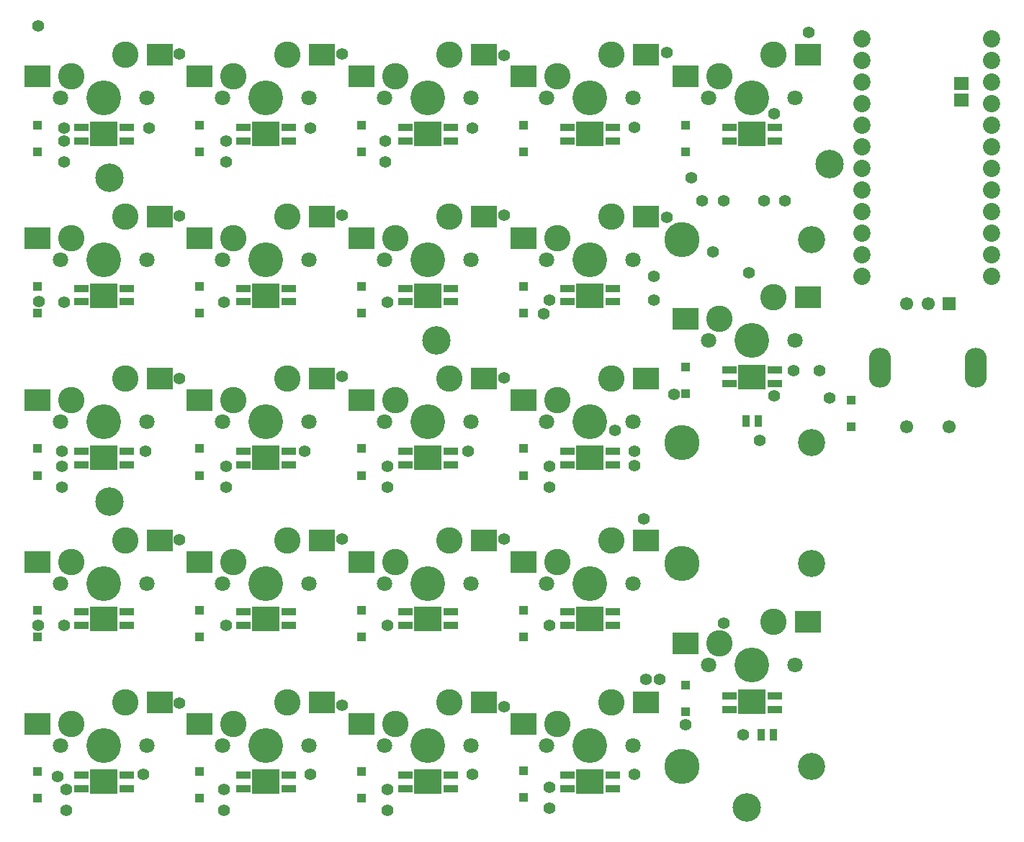
<source format=gbs>
%FSTAX23Y23*%
%MOIN*%
%SFA1B1*%

%IPPOS*%
%AMD21*
4,1,8,0.000000,-0.092500,0.000000,-0.092500,0.051200,-0.041300,0.051200,0.041300,0.000000,0.092500,0.000000,0.092500,-0.051200,0.041300,-0.051200,-0.041300,0.000000,-0.092500,0.0*
1,1,0.102360,0.000000,-0.041300*
1,1,0.102360,0.000000,-0.041300*
1,1,0.102360,0.000000,0.041300*
1,1,0.102360,0.000000,0.041300*
%
%ADD14R,0.037400X0.053150*%
%ADD15C,0.122130*%
%ADD16C,0.071020*%
%ADD17C,0.161020*%
%ADD18R,0.130000X0.114250*%
%ADD19C,0.131890*%
%ADD20C,0.079910*%
G04~CAMADD=21~8~0.0~0.0~1023.6~1850.4~511.8~0.0~15~0.0~0.0~0.0~0.0~0~0.0~0.0~0.0~0.0~0~0.0~0.0~0.0~180.0~1024.0~1849.0*
%ADD21D21*%
%ADD22C,0.061020*%
%ADD23R,0.061020X0.061020*%
%ADD24C,0.162910*%
%ADD25C,0.125910*%
%ADD26C,0.055910*%
%ADD42R,0.043310X0.041340*%
%ADD43R,0.122130X0.102440*%
%ADD44R,0.067010X0.036300*%
%ADD45R,0.066930X0.061020*%
%LNnumpadpcb-1*%
%LPD*%
G54D14*
X18529Y05153D03*
X18588D03*
X18518Y06606D03*
X18459D03*
G54D15*
X18338Y08204D03*
X18588Y08304D03*
X18338Y07078D03*
X18588Y07178D03*
X17588Y05204D03*
X17838Y05304D03*
X16838Y05204D03*
X17088Y05304D03*
X16088Y05204D03*
X16338Y05304D03*
X15338Y05204D03*
X15588Y05304D03*
X18338Y05575D03*
X18588Y05675D03*
X17588Y05954D03*
X17838Y06054D03*
X16838Y05954D03*
X17088Y06054D03*
X16088Y05954D03*
X16338Y06054D03*
X15338Y05954D03*
X15588Y06054D03*
X17588Y06703D03*
X17838Y06803D03*
X16838Y06703D03*
X17088Y06803D03*
X16088Y06703D03*
X16338Y06803D03*
X15338Y06703D03*
X15588Y06803D03*
X17588Y07454D03*
X17838Y07554D03*
X16838Y07454D03*
X17088Y07554D03*
X16088Y07454D03*
X16338Y07554D03*
X15338Y07454D03*
X15588Y07554D03*
X17588Y08204D03*
X17838Y08304D03*
X16838Y08204D03*
X17088Y08304D03*
X16088Y08204D03*
X16338Y08304D03*
X15338Y08204D03*
X15588Y08304D03*
G54D16*
X18688Y08104D03*
X18288D03*
X18688Y06978D03*
X18288D03*
X17938Y05104D03*
X17538D03*
X17188D03*
X16788D03*
X16438D03*
X16038D03*
X15688D03*
X15288D03*
X18688Y05475D03*
X18288D03*
X17938Y05854D03*
X17538D03*
X17188Y05854D03*
X16788D03*
X16438D03*
X16038D03*
X15688D03*
X15288D03*
X17938Y06603D03*
X17538D03*
X17188D03*
X16788D03*
X16438D03*
X16038D03*
X15688D03*
X15288D03*
X17938Y07354D03*
X17538D03*
X17188D03*
X16788D03*
X16438D03*
X16038D03*
X15688D03*
X15288D03*
X17938Y08104D03*
X17538D03*
X17188D03*
X16788D03*
X16438D03*
X16038D03*
X15688D03*
X15288D03*
G54D17*
X18488Y08104D03*
Y06978D03*
X17738Y05104D03*
X16988D03*
X16238D03*
X15488D03*
X18488Y05475D03*
X17738Y05854D03*
X16988Y05854D03*
X16238D03*
X15488D03*
X17738Y06603D03*
X16988D03*
X16238D03*
X15488D03*
X17738Y07354D03*
X16988D03*
X16238D03*
X15488D03*
X17738Y08104D03*
X16988D03*
X16238D03*
X15488D03*
G54D18*
X18488Y05305D03*
X17738Y04937D03*
X16988D03*
X16238D03*
X15488D03*
Y05688D03*
X16238D03*
X16988D03*
X17738D03*
X18488Y0681D03*
X17738Y06436D03*
X16988D03*
X16238D03*
X15488D03*
Y07187D03*
X16238D03*
X16988D03*
X17738D03*
X18488Y07937D03*
X17738D03*
X16988D03*
X16238D03*
X15488D03*
G54D19*
X17027Y06978D03*
X15515Y06232D03*
Y07734D03*
X18463Y04815D03*
X18848Y07795D03*
G54D20*
X18996Y07276D03*
Y07376D03*
Y07476D03*
Y07576D03*
Y07676D03*
Y07776D03*
Y07876D03*
Y07976D03*
Y08076D03*
Y08176D03*
Y08276D03*
Y08376D03*
X19596Y07276D03*
Y07376D03*
Y07476D03*
Y07576D03*
Y07676D03*
Y07776D03*
Y07876D03*
Y07976D03*
Y08076D03*
Y08176D03*
Y08276D03*
Y08376D03*
G54D21*
X19082Y06854D03*
X19523D03*
G54D22*
X19204Y06578D03*
X19401D03*
X19204Y07149D03*
X19303D03*
G54D23*
X19401Y07149D03*
G54D24*
X18163Y06507D03*
Y05007D03*
Y05947D03*
Y07447D03*
G54D25*
X18763Y05947D03*
Y06507D03*
Y05007D03*
Y07447D03*
G54D26*
X18126Y06728D03*
X18356Y07627D03*
X18257D03*
X18641D03*
X18543D03*
X16791Y07805D03*
Y07903D03*
X16053Y07805D03*
Y07903D03*
X15305Y07805D03*
Y07903D03*
X17549Y04812D03*
Y04911D03*
X16801Y04803D03*
Y04901D03*
X16043Y04803D03*
Y04901D03*
X15314Y04803D03*
Y04901D03*
X17549Y06397D03*
Y06299D03*
X16801Y06397D03*
Y06299D03*
X16053D03*
Y06397D03*
X15295Y06299D03*
Y06397D03*
X18799Y0684D03*
X18681D03*
X17944Y04969D03*
X17193Y0497D03*
X16444Y04968D03*
X15669Y0497D03*
X15275Y0496D03*
X16053Y05659D03*
X16799D03*
X17549D03*
X18592Y06722D03*
X17944Y06467D03*
Y064D03*
X17175Y06466D03*
X15679D03*
X15295D03*
X15305Y07155D03*
X16043D03*
X17549Y07165D03*
X17523Y07104D03*
X18592Y08031D03*
X17944Y07967D03*
X17193Y07964D03*
X16444Y07963D03*
X15698Y07962D03*
X15305D03*
X18474Y07293D03*
X18356Y05669D03*
X18848Y06712D03*
X18523Y06515D03*
X18751Y08405D03*
X15185Y08437D03*
X18208Y07732D03*
X18059Y05409D03*
X17988Y06153D03*
X17854Y06562D03*
X18035Y07275D03*
Y07165D03*
X18094Y07548D03*
Y08314D03*
X17342Y05283D03*
Y06059D03*
Y06807D03*
Y07559D03*
Y08299D03*
X1659Y05291D03*
Y06059D03*
Y06814D03*
Y07559D03*
Y08307D03*
X15185Y05661D03*
X15838Y08307D03*
Y07555D03*
Y06803D03*
Y06055D03*
Y05299D03*
X15305Y05659D03*
X16801Y07155D03*
X16417Y06466D03*
X18448Y05153D03*
X18181Y052D03*
X17996Y05409D03*
X15188Y07158D03*
X18307Y07389D03*
G54D42*
X18181Y06857D03*
Y06733D03*
X18182Y07853D03*
Y07977D03*
X18948Y06579D03*
X17429Y04987D03*
Y04863D03*
X16682Y04983D03*
Y04859D03*
X15932Y04983D03*
Y04859D03*
X15182Y04983D03*
Y04859D03*
X18181Y05384D03*
Y0526D03*
X17432Y0573D03*
Y05606D03*
X16682Y0573D03*
Y05606D03*
X15932Y0573D03*
Y05606D03*
X15182Y0573D03*
Y05606D03*
X18948Y06703D03*
X17432Y06478D03*
Y06354D03*
X16682Y06478D03*
Y06354D03*
X15932Y06478D03*
Y06354D03*
X15182Y06478D03*
Y06354D03*
X17432Y07229D03*
Y07105D03*
X16682Y07229D03*
Y07105D03*
X15932Y07229D03*
Y07105D03*
X15182Y07229D03*
Y07105D03*
X17432Y07977D03*
Y07853D03*
X16682Y07977D03*
Y07853D03*
X15932Y07977D03*
Y07853D03*
X15182Y07977D03*
Y07853D03*
G54D43*
X18181Y08204D03*
X18748Y08304D03*
X18181Y07078D03*
X18748Y07178D03*
X17431Y05204D03*
X17998Y05304D03*
X16681Y05204D03*
X17248Y05304D03*
X15931Y05204D03*
X16498Y05304D03*
X15181Y05204D03*
X15748Y05304D03*
X18181Y05575D03*
X18748Y05675D03*
X17431Y05954D03*
X17998Y06054D03*
X16681Y05954D03*
X17248Y06054D03*
X15931Y05954D03*
X16498Y06054D03*
X15181Y05954D03*
X15748Y06054D03*
X17431Y06703D03*
X17998Y06803D03*
X16681Y06703D03*
X17248Y06803D03*
X15931Y06703D03*
X16498Y06803D03*
X15181Y06703D03*
X15748Y06803D03*
X17431Y07454D03*
X17998Y07554D03*
X16681Y07454D03*
X17248Y07554D03*
X15931Y07454D03*
X16498Y07554D03*
X15181Y07454D03*
X15748Y07554D03*
X17431Y08204D03*
X17998Y08304D03*
X16681Y08204D03*
X17248Y08304D03*
X15931Y08204D03*
X16498Y08304D03*
X15181Y08204D03*
X15748Y08304D03*
G54D44*
X18384Y05271D03*
X18593Y05334D03*
Y05271D03*
X18384Y05334D03*
X17634Y04904D03*
X17843Y04967D03*
Y04904D03*
X17634Y04967D03*
X16884Y04904D03*
X17093Y04967D03*
Y04904D03*
X16884Y04967D03*
X16134Y04904D03*
X16343Y04967D03*
Y04904D03*
X16134Y04967D03*
X15384Y04904D03*
X15593Y04967D03*
Y04904D03*
X15384Y04967D03*
X15593Y05722D03*
X15384Y05659D03*
Y05722D03*
X15593Y05659D03*
X16343Y05722D03*
X16134Y05659D03*
Y05722D03*
X16343Y05659D03*
X17093Y05722D03*
X16884Y05659D03*
Y05722D03*
X17093Y05659D03*
X17843Y05722D03*
X17634Y05659D03*
Y05722D03*
X17843Y05659D03*
X18593Y06844D03*
X18384Y06781D03*
Y06844D03*
X18593Y06781D03*
X17634Y06403D03*
X17843Y06466D03*
Y06403D03*
X17634Y06466D03*
X16884Y06403D03*
X17093Y06466D03*
Y06403D03*
X16884Y06466D03*
X16134Y06403D03*
X16343Y06466D03*
Y06403D03*
X16134Y06466D03*
X15384Y06403D03*
X15593Y06466D03*
Y06403D03*
X15384Y06466D03*
X15593Y07221D03*
X15384Y07158D03*
Y07221D03*
X15593Y07158D03*
X16343Y07221D03*
X16134Y07158D03*
Y07221D03*
X16343Y07158D03*
X17093Y07221D03*
X16884Y07158D03*
Y07221D03*
X17093Y07158D03*
X17843Y07221D03*
X17634Y07158D03*
Y07221D03*
X17843Y07158D03*
X18384Y07904D03*
X18593Y07967D03*
Y07904D03*
X18384Y07967D03*
X17634Y07904D03*
X17843Y07967D03*
Y07904D03*
X17634Y07967D03*
X16884Y07904D03*
X17093Y07967D03*
Y07904D03*
X16884Y07967D03*
X16134Y07904D03*
X16343Y07967D03*
Y07904D03*
X16134Y07967D03*
X15384Y07904D03*
X15593Y07967D03*
Y07904D03*
X15384Y07967D03*
G54D45*
X19456Y08094D03*
Y08169D03*
M02*
</source>
